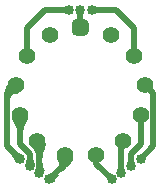
<source format=gbr>
%TF.GenerationSoftware,KiCad,Pcbnew,(5.1.8)-1*%
%TF.CreationDate,2021-07-10T07:53:16+08:00*%
%TF.ProjectId,NixieTubeJackBoard,4e697869-6554-4756-9265-4a61636b426f,rev?*%
%TF.SameCoordinates,Original*%
%TF.FileFunction,Copper,L1,Top*%
%TF.FilePolarity,Positive*%
%FSLAX46Y46*%
G04 Gerber Fmt 4.6, Leading zero omitted, Abs format (unit mm)*
G04 Created by KiCad (PCBNEW (5.1.8)-1) date 2021-07-10 07:53:16*
%MOMM*%
%LPD*%
G01*
G04 APERTURE LIST*
%TA.AperFunction,ComponentPad*%
%ADD10C,0.850000*%
%TD*%
%TA.AperFunction,ComponentPad*%
%ADD11C,1.400000*%
%TD*%
%TA.AperFunction,Conductor*%
%ADD12C,0.500000*%
%TD*%
%TA.AperFunction,Conductor*%
%ADD13C,0.025400*%
%TD*%
%TA.AperFunction,Conductor*%
%ADD14C,0.100000*%
%TD*%
G04 APERTURE END LIST*
D10*
X95701336Y-106223620D03*
X96520489Y-106797195D03*
X101000000Y-93000000D03*
X104298664Y-106223620D03*
X102660359Y-107370772D03*
X103479511Y-106797195D03*
X99000000Y-93000000D03*
X94882186Y-105650043D03*
X100000000Y-93000001D03*
X105117814Y-105650043D03*
X97339641Y-107370772D03*
D11*
X102555977Y-95129992D03*
X104526411Y-96875644D03*
X105459899Y-99337048D03*
X105142589Y-101950327D03*
X103647175Y-104116809D03*
X101316236Y-105340180D03*
X98683764Y-105340180D03*
X96352825Y-104116809D03*
X94857411Y-101950327D03*
X94540101Y-99337048D03*
X95473589Y-96875644D03*
X97444023Y-95129992D03*
%TA.AperFunction,ComponentPad*%
G36*
G01*
X100700000Y-94150000D02*
X100700000Y-94850000D01*
G75*
G02*
X100350000Y-95200000I-350000J0D01*
G01*
X99650000Y-95200000D01*
G75*
G02*
X99300000Y-94850000I0J350000D01*
G01*
X99300000Y-94150000D01*
G75*
G02*
X99650000Y-93800000I350000J0D01*
G01*
X100350000Y-93800000D01*
G75*
G02*
X100700000Y-94150000I0J-350000D01*
G01*
G37*
%TD.AperFunction*%
D12*
X104526411Y-94526411D02*
X104526411Y-96875644D01*
X103000000Y-93000000D02*
X104526411Y-94526411D01*
X101000000Y-93000000D02*
X103000000Y-93000000D01*
X106192590Y-104575267D02*
X105117814Y-105650043D01*
X106192590Y-100069739D02*
X106192590Y-104575267D01*
X105459899Y-99337048D02*
X106192590Y-100069739D01*
X104298664Y-105201336D02*
X104298664Y-106223620D01*
X105142589Y-104357411D02*
X104298664Y-105201336D01*
X105142589Y-101950327D02*
X105142589Y-104357411D01*
X103479511Y-104284473D02*
X103479511Y-106797195D01*
X103647175Y-104116809D02*
X103479511Y-104284473D01*
X101316236Y-106026649D02*
X102660359Y-107370772D01*
X101316236Y-105340180D02*
X101316236Y-106026649D01*
X98683764Y-106026649D02*
X97339641Y-107370772D01*
X98683764Y-105340180D02*
X98683764Y-106026649D01*
X96520489Y-104284473D02*
X96520489Y-106797195D01*
X96352825Y-104116809D02*
X96520489Y-104284473D01*
X95701336Y-105236514D02*
X95701336Y-106223620D01*
X94857411Y-104392589D02*
X95701336Y-105236514D01*
X94857411Y-101950327D02*
X94857411Y-104392589D01*
X93807410Y-104575267D02*
X94882186Y-105650043D01*
X93807410Y-100069739D02*
X93807410Y-104575267D01*
X94540101Y-99337048D02*
X93807410Y-100069739D01*
X97000000Y-93000000D02*
X99000000Y-93000000D01*
X95473589Y-94526411D02*
X97000000Y-93000000D01*
X95473589Y-96875644D02*
X95473589Y-94526411D01*
X100000000Y-93000001D02*
X100000000Y-94500000D01*
D13*
X98096029Y-106950112D02*
X98038879Y-107008134D01*
X98038686Y-107008334D01*
X97982575Y-107067851D01*
X97982290Y-107068164D01*
X97934748Y-107122088D01*
X97934367Y-107122540D01*
X97894081Y-107172762D01*
X97893630Y-107173361D01*
X97859287Y-107221775D01*
X97858816Y-107222488D01*
X97829103Y-107270983D01*
X97828678Y-107271732D01*
X97802280Y-107322200D01*
X97801948Y-107322884D01*
X97777553Y-107377217D01*
X97777325Y-107377758D01*
X97753619Y-107437847D01*
X97753481Y-107438215D01*
X97732108Y-107497719D01*
X97202337Y-107508076D01*
X97212694Y-106978304D01*
X97272197Y-106956931D01*
X97272565Y-106956793D01*
X97332654Y-106933087D01*
X97333195Y-106932859D01*
X97387528Y-106908464D01*
X97388212Y-106908132D01*
X97438680Y-106881734D01*
X97439429Y-106881309D01*
X97487924Y-106851596D01*
X97488637Y-106851125D01*
X97537051Y-106816782D01*
X97537650Y-106816331D01*
X97587872Y-106776045D01*
X97588324Y-106775664D01*
X97642248Y-106728122D01*
X97642561Y-106727837D01*
X97702078Y-106671726D01*
X97702278Y-106671533D01*
X97760300Y-106614383D01*
X98096029Y-106950112D01*
%TA.AperFunction,Conductor*%
D14*
G36*
X98096029Y-106950112D02*
G01*
X98038879Y-107008134D01*
X98038686Y-107008334D01*
X97982575Y-107067851D01*
X97982290Y-107068164D01*
X97934748Y-107122088D01*
X97934367Y-107122540D01*
X97894081Y-107172762D01*
X97893630Y-107173361D01*
X97859287Y-107221775D01*
X97858816Y-107222488D01*
X97829103Y-107270983D01*
X97828678Y-107271732D01*
X97802280Y-107322200D01*
X97801948Y-107322884D01*
X97777553Y-107377217D01*
X97777325Y-107377758D01*
X97753619Y-107437847D01*
X97753481Y-107438215D01*
X97732108Y-107497719D01*
X97202337Y-107508076D01*
X97212694Y-106978304D01*
X97272197Y-106956931D01*
X97272565Y-106956793D01*
X97332654Y-106933087D01*
X97333195Y-106932859D01*
X97387528Y-106908464D01*
X97388212Y-106908132D01*
X97438680Y-106881734D01*
X97439429Y-106881309D01*
X97487924Y-106851596D01*
X97488637Y-106851125D01*
X97537051Y-106816782D01*
X97537650Y-106816331D01*
X97587872Y-106776045D01*
X97588324Y-106775664D01*
X97642248Y-106728122D01*
X97642561Y-106727837D01*
X97702078Y-106671726D01*
X97702278Y-106671533D01*
X97760300Y-106614383D01*
X98096029Y-106950112D01*
G37*
%TD.AperFunction*%
D13*
X99291970Y-105659882D02*
X99217043Y-105797583D01*
X99141113Y-105917762D01*
X99065879Y-106018800D01*
X98988759Y-106106869D01*
X98907100Y-106188140D01*
X98818362Y-106268640D01*
X98719957Y-106354451D01*
X98719921Y-106354483D01*
X98609531Y-106451480D01*
X98609342Y-106451649D01*
X98484547Y-106565808D01*
X98484279Y-106566060D01*
X98351562Y-106694720D01*
X98015346Y-106358504D01*
X98074758Y-106292098D01*
X98075806Y-106290754D01*
X98124756Y-106218518D01*
X98125782Y-106216698D01*
X98157983Y-106146640D01*
X98158766Y-106144411D01*
X98175942Y-106075585D01*
X98176300Y-106073227D01*
X98180176Y-106004689D01*
X98180118Y-106002568D01*
X98172419Y-105933372D01*
X98172124Y-105931720D01*
X98154574Y-105860923D01*
X98154234Y-105859783D01*
X98128557Y-105786438D01*
X98128290Y-105785741D01*
X98096211Y-105708905D01*
X98096063Y-105708565D01*
X98062929Y-105635301D01*
X98690458Y-105008570D01*
X99291970Y-105659882D01*
%TA.AperFunction,Conductor*%
D14*
G36*
X99291970Y-105659882D02*
G01*
X99217043Y-105797583D01*
X99141113Y-105917762D01*
X99065879Y-106018800D01*
X98988759Y-106106869D01*
X98907100Y-106188140D01*
X98818362Y-106268640D01*
X98719957Y-106354451D01*
X98719921Y-106354483D01*
X98609531Y-106451480D01*
X98609342Y-106451649D01*
X98484547Y-106565808D01*
X98484279Y-106566060D01*
X98351562Y-106694720D01*
X98015346Y-106358504D01*
X98074758Y-106292098D01*
X98075806Y-106290754D01*
X98124756Y-106218518D01*
X98125782Y-106216698D01*
X98157983Y-106146640D01*
X98158766Y-106144411D01*
X98175942Y-106075585D01*
X98176300Y-106073227D01*
X98180176Y-106004689D01*
X98180118Y-106002568D01*
X98172419Y-105933372D01*
X98172124Y-105931720D01*
X98154574Y-105860923D01*
X98154234Y-105859783D01*
X98128557Y-105786438D01*
X98128290Y-105785741D01*
X98096211Y-105708905D01*
X98096063Y-105708565D01*
X98062929Y-105635301D01*
X98690458Y-105008570D01*
X99291970Y-105659882D01*
G37*
%TD.AperFunction*%
D13*
X96758500Y-106046333D02*
X96758506Y-106046611D01*
X96760914Y-106128373D01*
X96760933Y-106128796D01*
X96765447Y-106200543D01*
X96765498Y-106201132D01*
X96772524Y-106265131D01*
X96772628Y-106265874D01*
X96782578Y-106324392D01*
X96782749Y-106325228D01*
X96796029Y-106380530D01*
X96796258Y-106381360D01*
X96813279Y-106435712D01*
X96813528Y-106436431D01*
X96834697Y-106492101D01*
X96834919Y-106492645D01*
X96860646Y-106551898D01*
X96860808Y-106552256D01*
X96887771Y-106609445D01*
X96520489Y-106991373D01*
X96153207Y-106609445D01*
X96180169Y-106552256D01*
X96180331Y-106551898D01*
X96206058Y-106492645D01*
X96206280Y-106492101D01*
X96227449Y-106436431D01*
X96227698Y-106435712D01*
X96244719Y-106381360D01*
X96244948Y-106380530D01*
X96258228Y-106325228D01*
X96258399Y-106324392D01*
X96268349Y-106265874D01*
X96268453Y-106265131D01*
X96275479Y-106201132D01*
X96275530Y-106200543D01*
X96280044Y-106128796D01*
X96280063Y-106128373D01*
X96282471Y-106046611D01*
X96282477Y-106046333D01*
X96283094Y-105964895D01*
X96757884Y-105964895D01*
X96758500Y-106046333D01*
%TA.AperFunction,Conductor*%
D14*
G36*
X96758500Y-106046333D02*
G01*
X96758506Y-106046611D01*
X96760914Y-106128373D01*
X96760933Y-106128796D01*
X96765447Y-106200543D01*
X96765498Y-106201132D01*
X96772524Y-106265131D01*
X96772628Y-106265874D01*
X96782578Y-106324392D01*
X96782749Y-106325228D01*
X96796029Y-106380530D01*
X96796258Y-106381360D01*
X96813279Y-106435712D01*
X96813528Y-106436431D01*
X96834697Y-106492101D01*
X96834919Y-106492645D01*
X96860646Y-106551898D01*
X96860808Y-106552256D01*
X96887771Y-106609445D01*
X96520489Y-106991373D01*
X96153207Y-106609445D01*
X96180169Y-106552256D01*
X96180331Y-106551898D01*
X96206058Y-106492645D01*
X96206280Y-106492101D01*
X96227449Y-106436431D01*
X96227698Y-106435712D01*
X96244719Y-106381360D01*
X96244948Y-106380530D01*
X96258228Y-106325228D01*
X96258399Y-106324392D01*
X96268349Y-106265874D01*
X96268453Y-106265131D01*
X96275479Y-106201132D01*
X96275530Y-106200543D01*
X96280044Y-106128796D01*
X96280063Y-106128373D01*
X96282471Y-106046611D01*
X96282477Y-106046333D01*
X96283094Y-105964895D01*
X96757884Y-105964895D01*
X96758500Y-106046333D01*
G37*
%TD.AperFunction*%
D13*
X97022701Y-104269870D02*
X96990049Y-104405628D01*
X96954042Y-104529476D01*
X96917869Y-104638907D01*
X96882637Y-104740023D01*
X96882589Y-104740164D01*
X96849542Y-104838706D01*
X96849390Y-104839193D01*
X96819722Y-104941055D01*
X96819527Y-104941807D01*
X96794411Y-105052950D01*
X96794246Y-105053823D01*
X96774855Y-105180208D01*
X96774753Y-105181063D01*
X96762259Y-105328650D01*
X96762218Y-105329400D01*
X96758106Y-105491773D01*
X96282739Y-105491773D01*
X96277972Y-105359610D01*
X96277881Y-105358482D01*
X96262538Y-105236590D01*
X96262281Y-105235192D01*
X96237226Y-105131552D01*
X96236741Y-105129992D01*
X96202396Y-105040348D01*
X96201708Y-105038851D01*
X96158495Y-104958944D01*
X96157757Y-104957744D01*
X96106099Y-104883317D01*
X96105510Y-104882533D01*
X96045830Y-104809326D01*
X96045508Y-104808948D01*
X95978227Y-104732705D01*
X95978186Y-104732658D01*
X95903810Y-104649213D01*
X95828537Y-104561080D01*
X96274258Y-103794572D01*
X97022701Y-104269870D01*
%TA.AperFunction,Conductor*%
D14*
G36*
X97022701Y-104269870D02*
G01*
X96990049Y-104405628D01*
X96954042Y-104529476D01*
X96917869Y-104638907D01*
X96882637Y-104740023D01*
X96882589Y-104740164D01*
X96849542Y-104838706D01*
X96849390Y-104839193D01*
X96819722Y-104941055D01*
X96819527Y-104941807D01*
X96794411Y-105052950D01*
X96794246Y-105053823D01*
X96774855Y-105180208D01*
X96774753Y-105181063D01*
X96762259Y-105328650D01*
X96762218Y-105329400D01*
X96758106Y-105491773D01*
X96282739Y-105491773D01*
X96277972Y-105359610D01*
X96277881Y-105358482D01*
X96262538Y-105236590D01*
X96262281Y-105235192D01*
X96237226Y-105131552D01*
X96236741Y-105129992D01*
X96202396Y-105040348D01*
X96201708Y-105038851D01*
X96158495Y-104958944D01*
X96157757Y-104957744D01*
X96106099Y-104883317D01*
X96105510Y-104882533D01*
X96045830Y-104809326D01*
X96045508Y-104808948D01*
X95978227Y-104732705D01*
X95978186Y-104732658D01*
X95903810Y-104649213D01*
X95828537Y-104561080D01*
X96274258Y-103794572D01*
X97022701Y-104269870D01*
G37*
%TD.AperFunction*%
D13*
X95939347Y-105472758D02*
X95939353Y-105473036D01*
X95941761Y-105554798D01*
X95941780Y-105555221D01*
X95946294Y-105626968D01*
X95946345Y-105627557D01*
X95953371Y-105691556D01*
X95953475Y-105692299D01*
X95963425Y-105750817D01*
X95963596Y-105751653D01*
X95976876Y-105806955D01*
X95977105Y-105807785D01*
X95994126Y-105862137D01*
X95994375Y-105862856D01*
X96015544Y-105918526D01*
X96015766Y-105919070D01*
X96041493Y-105978323D01*
X96041655Y-105978681D01*
X96068618Y-106035870D01*
X95701336Y-106417798D01*
X95334054Y-106035870D01*
X95361016Y-105978681D01*
X95361178Y-105978323D01*
X95386905Y-105919070D01*
X95387127Y-105918526D01*
X95408296Y-105862856D01*
X95408545Y-105862137D01*
X95425566Y-105807785D01*
X95425795Y-105806955D01*
X95439075Y-105751653D01*
X95439246Y-105750817D01*
X95449196Y-105692299D01*
X95449300Y-105691556D01*
X95456326Y-105627557D01*
X95456377Y-105626968D01*
X95460891Y-105555221D01*
X95460910Y-105554798D01*
X95463318Y-105473036D01*
X95463324Y-105472758D01*
X95463941Y-105391320D01*
X95938731Y-105391320D01*
X95939347Y-105472758D01*
%TA.AperFunction,Conductor*%
D14*
G36*
X95939347Y-105472758D02*
G01*
X95939353Y-105473036D01*
X95941761Y-105554798D01*
X95941780Y-105555221D01*
X95946294Y-105626968D01*
X95946345Y-105627557D01*
X95953371Y-105691556D01*
X95953475Y-105692299D01*
X95963425Y-105750817D01*
X95963596Y-105751653D01*
X95976876Y-105806955D01*
X95977105Y-105807785D01*
X95994126Y-105862137D01*
X95994375Y-105862856D01*
X96015544Y-105918526D01*
X96015766Y-105919070D01*
X96041493Y-105978323D01*
X96041655Y-105978681D01*
X96068618Y-106035870D01*
X95701336Y-106417798D01*
X95334054Y-106035870D01*
X95361016Y-105978681D01*
X95361178Y-105978323D01*
X95386905Y-105919070D01*
X95387127Y-105918526D01*
X95408296Y-105862856D01*
X95408545Y-105862137D01*
X95425566Y-105807785D01*
X95425795Y-105806955D01*
X95439075Y-105751653D01*
X95439246Y-105750817D01*
X95449196Y-105692299D01*
X95449300Y-105691556D01*
X95456326Y-105627557D01*
X95456377Y-105626968D01*
X95460891Y-105555221D01*
X95460910Y-105554798D01*
X95463318Y-105473036D01*
X95463324Y-105472758D01*
X95463941Y-105391320D01*
X95938731Y-105391320D01*
X95939347Y-105472758D01*
G37*
%TD.AperFunction*%
D13*
X95471974Y-102257719D02*
X95414169Y-102370447D01*
X95355656Y-102474481D01*
X95301084Y-102567354D01*
X95301020Y-102567465D01*
X95251244Y-102654177D01*
X95250971Y-102654678D01*
X95206790Y-102740338D01*
X95206373Y-102741229D01*
X95168538Y-102831027D01*
X95168112Y-102832197D01*
X95137376Y-102931324D01*
X95137056Y-102932578D01*
X95114171Y-103046221D01*
X95113993Y-103047375D01*
X95099710Y-103180726D01*
X95099644Y-103181684D01*
X95095100Y-103327627D01*
X94619722Y-103327627D01*
X94615177Y-103181684D01*
X94615111Y-103180726D01*
X94600828Y-103047375D01*
X94600650Y-103046221D01*
X94577765Y-102932578D01*
X94577445Y-102931324D01*
X94546709Y-102832197D01*
X94546283Y-102831027D01*
X94508448Y-102741229D01*
X94508031Y-102740338D01*
X94463850Y-102654678D01*
X94463577Y-102654177D01*
X94413801Y-102567465D01*
X94413737Y-102567354D01*
X94359165Y-102474481D01*
X94300652Y-102370447D01*
X94242848Y-102257719D01*
X94857411Y-101618649D01*
X95471974Y-102257719D01*
%TA.AperFunction,Conductor*%
D14*
G36*
X95471974Y-102257719D02*
G01*
X95414169Y-102370447D01*
X95355656Y-102474481D01*
X95301084Y-102567354D01*
X95301020Y-102567465D01*
X95251244Y-102654177D01*
X95250971Y-102654678D01*
X95206790Y-102740338D01*
X95206373Y-102741229D01*
X95168538Y-102831027D01*
X95168112Y-102832197D01*
X95137376Y-102931324D01*
X95137056Y-102932578D01*
X95114171Y-103046221D01*
X95113993Y-103047375D01*
X95099710Y-103180726D01*
X95099644Y-103181684D01*
X95095100Y-103327627D01*
X94619722Y-103327627D01*
X94615177Y-103181684D01*
X94615111Y-103180726D01*
X94600828Y-103047375D01*
X94600650Y-103046221D01*
X94577765Y-102932578D01*
X94577445Y-102931324D01*
X94546709Y-102832197D01*
X94546283Y-102831027D01*
X94508448Y-102741229D01*
X94508031Y-102740338D01*
X94463850Y-102654678D01*
X94463577Y-102654177D01*
X94413801Y-102567465D01*
X94413737Y-102567354D01*
X94359165Y-102474481D01*
X94300652Y-102370447D01*
X94242848Y-102257719D01*
X94857411Y-101618649D01*
X95471974Y-102257719D01*
G37*
%TD.AperFunction*%
D13*
X94519548Y-104950804D02*
X94519748Y-104950997D01*
X94579265Y-105007108D01*
X94579578Y-105007393D01*
X94633502Y-105054935D01*
X94633954Y-105055316D01*
X94684176Y-105095602D01*
X94684775Y-105096053D01*
X94733189Y-105130396D01*
X94733902Y-105130867D01*
X94782397Y-105160580D01*
X94783146Y-105161005D01*
X94833614Y-105187403D01*
X94834298Y-105187735D01*
X94888631Y-105212130D01*
X94889172Y-105212358D01*
X94949261Y-105236064D01*
X94949629Y-105236202D01*
X95009133Y-105257575D01*
X95019490Y-105787347D01*
X94489718Y-105776990D01*
X94468345Y-105717486D01*
X94468207Y-105717118D01*
X94444501Y-105657029D01*
X94444273Y-105656488D01*
X94419878Y-105602155D01*
X94419546Y-105601471D01*
X94393148Y-105551003D01*
X94392723Y-105550254D01*
X94363010Y-105501759D01*
X94362539Y-105501046D01*
X94328196Y-105452632D01*
X94327745Y-105452033D01*
X94287459Y-105401811D01*
X94287078Y-105401359D01*
X94239536Y-105347435D01*
X94239251Y-105347122D01*
X94183140Y-105287605D01*
X94182947Y-105287405D01*
X94125798Y-105229383D01*
X94461526Y-104893655D01*
X94519548Y-104950804D01*
%TA.AperFunction,Conductor*%
D14*
G36*
X94519548Y-104950804D02*
G01*
X94519748Y-104950997D01*
X94579265Y-105007108D01*
X94579578Y-105007393D01*
X94633502Y-105054935D01*
X94633954Y-105055316D01*
X94684176Y-105095602D01*
X94684775Y-105096053D01*
X94733189Y-105130396D01*
X94733902Y-105130867D01*
X94782397Y-105160580D01*
X94783146Y-105161005D01*
X94833614Y-105187403D01*
X94834298Y-105187735D01*
X94888631Y-105212130D01*
X94889172Y-105212358D01*
X94949261Y-105236064D01*
X94949629Y-105236202D01*
X95009133Y-105257575D01*
X95019490Y-105787347D01*
X94489718Y-105776990D01*
X94468345Y-105717486D01*
X94468207Y-105717118D01*
X94444501Y-105657029D01*
X94444273Y-105656488D01*
X94419878Y-105602155D01*
X94419546Y-105601471D01*
X94393148Y-105551003D01*
X94392723Y-105550254D01*
X94363010Y-105501759D01*
X94362539Y-105501046D01*
X94328196Y-105452632D01*
X94327745Y-105452033D01*
X94287459Y-105401811D01*
X94287078Y-105401359D01*
X94239536Y-105347435D01*
X94239251Y-105347122D01*
X94183140Y-105287605D01*
X94182947Y-105287405D01*
X94125798Y-105229383D01*
X94461526Y-104893655D01*
X94519548Y-104950804D01*
G37*
%TD.AperFunction*%
D13*
X94757308Y-99988665D02*
X94665938Y-100014961D01*
X94565542Y-100035408D01*
X94467003Y-100051893D01*
X94466858Y-100051918D01*
X94372967Y-100068749D01*
X94372142Y-100068926D01*
X94285684Y-100090437D01*
X94284037Y-100090968D01*
X94207569Y-100121531D01*
X94205083Y-100122862D01*
X94141159Y-100166850D01*
X94139256Y-100168455D01*
X94138393Y-100169438D01*
X94089570Y-100231225D01*
X94088226Y-100233320D01*
X94087629Y-100234679D01*
X94056461Y-100318636D01*
X94055729Y-100321803D01*
X94045907Y-100420857D01*
X93570375Y-100420857D01*
X93573995Y-100245908D01*
X93585330Y-100087157D01*
X93603631Y-99951210D01*
X93628449Y-99831736D01*
X93659355Y-99722476D01*
X93695944Y-99617181D01*
X93737865Y-99509507D01*
X93784608Y-99393496D01*
X93784653Y-99393381D01*
X93835745Y-99262925D01*
X93835854Y-99262638D01*
X93887825Y-99119854D01*
X94774632Y-99102517D01*
X94757308Y-99988665D01*
%TA.AperFunction,Conductor*%
D14*
G36*
X94757308Y-99988665D02*
G01*
X94665938Y-100014961D01*
X94565542Y-100035408D01*
X94467003Y-100051893D01*
X94466858Y-100051918D01*
X94372967Y-100068749D01*
X94372142Y-100068926D01*
X94285684Y-100090437D01*
X94284037Y-100090968D01*
X94207569Y-100121531D01*
X94205083Y-100122862D01*
X94141159Y-100166850D01*
X94139256Y-100168455D01*
X94138393Y-100169438D01*
X94089570Y-100231225D01*
X94088226Y-100233320D01*
X94087629Y-100234679D01*
X94056461Y-100318636D01*
X94055729Y-100321803D01*
X94045907Y-100420857D01*
X93570375Y-100420857D01*
X93573995Y-100245908D01*
X93585330Y-100087157D01*
X93603631Y-99951210D01*
X93628449Y-99831736D01*
X93659355Y-99722476D01*
X93695944Y-99617181D01*
X93737865Y-99509507D01*
X93784608Y-99393496D01*
X93784653Y-99393381D01*
X93835745Y-99262925D01*
X93835854Y-99262638D01*
X93887825Y-99119854D01*
X94774632Y-99102517D01*
X94757308Y-99988665D01*
G37*
%TD.AperFunction*%
M02*

</source>
